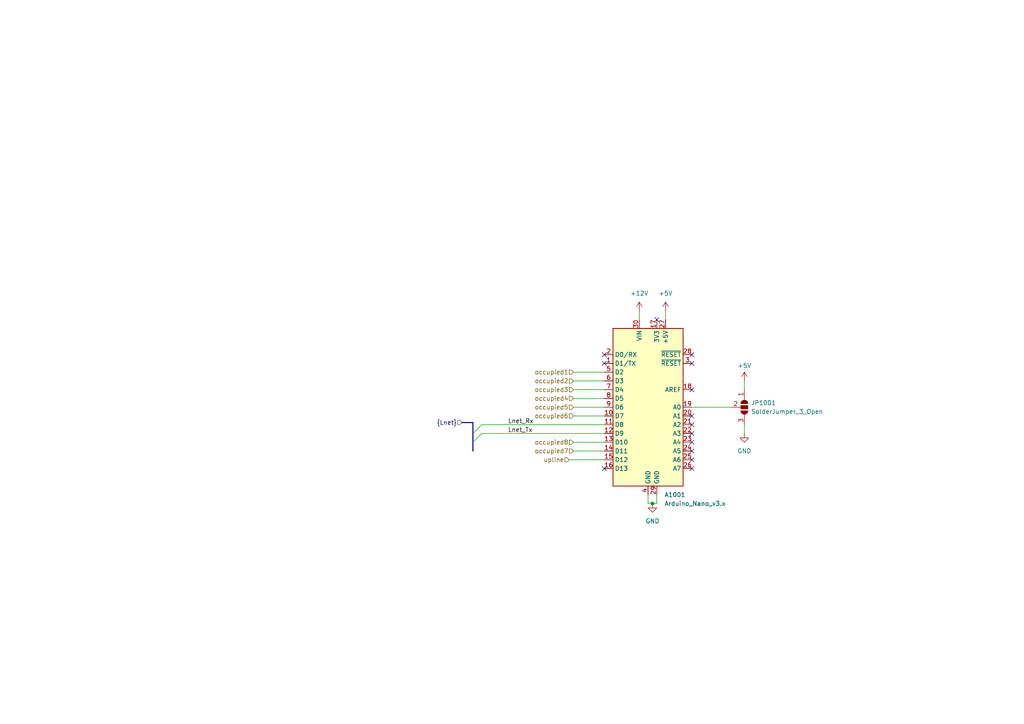
<source format=kicad_sch>
(kicad_sch (version 20231120) (generator "eeschema") (generator_version "8.0")
  (paper "A4")
  (lib_symbols
    (symbol "Jumper:SolderJumper_3_Open" (pin_names (offset 0) hide) (exclude_from_sim yes) (in_bom no)
      (property "Reference" "JP" (at -2.54 -2.54 0))
      (property "Value" "SolderJumper_3_Open" (at 0 2.794 0))
      (symbol "SolderJumper_3_Open_0_1"
        (arc (start -1.016 1.016) (mid -2.0276 0) (end -1.016 -1.016))
        (arc (start -1.016 1.016) (mid -2.0276 0) (end -1.016 -1.016) (fill (type outline)))
        (rectangle (start -0.508 1.016) (end 0.508 -1.016) (fill (type outline)))
        (polyline (pts (xy -2.54 0) (xy -2.032 0)))
        (polyline (pts (xy -1.016 1.016) (xy -1.016 -1.016)))
        (polyline (pts (xy 0 -1.27) (xy 0 -1.016)))
        (polyline (pts (xy 1.016 1.016) (xy 1.016 -1.016)))
        (polyline (pts (xy 2.54 0) (xy 2.032 0)))
        (arc (start 1.016 -1.016) (mid 2.0276 0) (end 1.016 1.016))
        (arc (start 1.016 -1.016) (mid 2.0276 0) (end 1.016 1.016) (fill (type outline)))
      )
      (symbol "SolderJumper_3_Open_1_1"
        (pin passive line (at -5.08 0 0) (length 2.54) (name "A") (number "1"))
        (pin passive line (at 0 -3.81 90) (length 2.54) (name "C") (number "2"))
        (pin passive line (at 5.08 0 180) (length 2.54) (name "B") (number "3"))
      )
    )
    (symbol "MCU_Module:Arduino_Nano_v3.x"
      (property "Reference" "A" (at -10.16 23.495 0))
      (property "Value" "Arduino_Nano_v3.x" (at 5.08 -24.13 0))
      (symbol "Arduino_Nano_v3.x_0_1"
        (rectangle (start -10.16 22.86) (end 10.16 -22.86) (stroke (width 0.254)) (fill (type background)))
      )
      (symbol "Arduino_Nano_v3.x_1_1"
        (pin bidirectional line (at -12.7 12.7 0) (length 2.54) (name "D1/TX") (number "1"))
        (pin bidirectional line (at -12.7 -2.54 0) (length 2.54) (name "D7") (number "10"))
        (pin bidirectional line (at -12.7 -5.08 0) (length 2.54) (name "D8") (number "11"))
        (pin bidirectional line (at -12.7 -7.62 0) (length 2.54) (name "D9") (number "12"))
        (pin bidirectional line (at -12.7 -10.16 0) (length 2.54) (name "D10") (number "13"))
        (pin bidirectional line (at -12.7 -12.7 0) (length 2.54) (name "D11") (number "14"))
        (pin bidirectional line (at -12.7 -15.24 0) (length 2.54) (name "D12") (number "15"))
        (pin bidirectional line (at -12.7 -17.78 0) (length 2.54) (name "D13") (number "16"))
        (pin power_out line (at 2.54 25.4 270) (length 2.54) (name "3V3") (number "17"))
        (pin input line (at 12.7 5.08 180) (length 2.54) (name "AREF") (number "18"))
        (pin bidirectional line (at 12.7 0 180) (length 2.54) (name "A0") (number "19"))
        (pin bidirectional line (at -12.7 15.24 0) (length 2.54) (name "D0/RX") (number "2"))
        (pin bidirectional line (at 12.7 -2.54 180) (length 2.54) (name "A1") (number "20"))
        (pin bidirectional line (at 12.7 -5.08 180) (length 2.54) (name "A2") (number "21"))
        (pin bidirectional line (at 12.7 -7.62 180) (length 2.54) (name "A3") (number "22"))
        (pin bidirectional line (at 12.7 -10.16 180) (length 2.54) (name "A4") (number "23"))
        (pin bidirectional line (at 12.7 -12.7 180) (length 2.54) (name "A5") (number "24"))
        (pin bidirectional line (at 12.7 -15.24 180) (length 2.54) (name "A6") (number "25"))
        (pin bidirectional line (at 12.7 -17.78 180) (length 2.54) (name "A7") (number "26"))
        (pin power_out line (at 5.08 25.4 270) (length 2.54) (name "+5V") (number "27"))
        (pin input line (at 12.7 15.24 180) (length 2.54) (name "~{RESET}") (number "28"))
        (pin power_in line (at 2.54 -25.4 90) (length 2.54) (name "GND") (number "29"))
        (pin input line (at 12.7 12.7 180) (length 2.54) (name "~{RESET}") (number "3"))
        (pin power_in line (at -2.54 25.4 270) (length 2.54) (name "VIN") (number "30"))
        (pin power_in line (at 0 -25.4 90) (length 2.54) (name "GND") (number "4"))
        (pin bidirectional line (at -12.7 10.16 0) (length 2.54) (name "D2") (number "5"))
        (pin bidirectional line (at -12.7 7.62 0) (length 2.54) (name "D3") (number "6"))
        (pin bidirectional line (at -12.7 5.08 0) (length 2.54) (name "D4") (number "7"))
        (pin bidirectional line (at -12.7 2.54 0) (length 2.54) (name "D5") (number "8"))
        (pin bidirectional line (at -12.7 0 0) (length 2.54) (name "D6") (number "9"))
      )
    )
    (symbol "power:+12V" (power) (pin_numbers hide) (pin_names (offset 0) hide)
      (property "Value" "+12V" (at 0 3.556 0))
      (symbol "+12V_0_1"
        (polyline (pts (xy -0.762 1.27) (xy 0 2.54)))
        (polyline (pts (xy 0 0) (xy 0 2.54)))
        (polyline (pts (xy 0 2.54) (xy 0.762 1.27)))
      )
      (symbol "+12V_1_1"
        (pin power_in line (at 0 0 90) (length 0) (name "~") (number "1"))
      )
    )
    (symbol "power:+5V" (power) (pin_numbers hide) (pin_names (offset 0) hide)
      (property "Value" "+5V" (at 0 3.556 0))
      (symbol "+5V_0_1"
        (polyline (pts (xy -0.762 1.27) (xy 0 2.54)))
        (polyline (pts (xy 0 0) (xy 0 2.54)))
        (polyline (pts (xy 0 2.54) (xy 0.762 1.27)))
      )
      (symbol "+5V_1_1"
        (pin power_in line (at 0 0 90) (length 0) (name "~") (number "1"))
      )
    )
    (symbol "power:GND" (power) (pin_numbers hide) (pin_names (offset 0) hide)
      (property "Value" "GND" (at 0 -3.81 0))
      (symbol "GND_0_1"
        (polyline (pts (xy 0 0) (xy 0 -1.27) (xy 1.27 -1.27) (xy 0 -2.54) (xy -1.27 -1.27) (xy 0 -1.27)))
      )
      (symbol "GND_1_1"
        (pin power_in line (at 0 0 270) (length 0) (name "~") (number "1"))
      )
    )
  )
  (junction (at 189.23 146.05))
  (no_connect (at 200.66 133.35))
  (no_connect (at 175.26 105.41))
  (no_connect (at 200.66 125.73))
  (no_connect (at 200.66 113.03))
  (no_connect (at 200.66 105.41))
  (no_connect (at 200.66 102.87))
  (no_connect (at 190.5 92.71))
  (no_connect (at 200.66 123.19))
  (no_connect (at 200.66 135.89))
  (no_connect (at 175.26 135.89))
  (no_connect (at 175.26 102.87))
  (no_connect (at 200.66 120.65))
  (no_connect (at 200.66 130.81))
  (no_connect (at 200.66 128.27))
  (bus_entry (at 139.7 123.19) (size -2.54 2.54))
  (bus_entry (at 139.7 125.73) (size -2.54 2.54))
  (wire (pts (xy 200.66 118.11) (xy 212.09 118.11)))
  (wire (pts (xy 190.5 146.05) (xy 189.23 146.05)))
  (wire (pts (xy 175.26 115.57) (xy 166.37 115.57)))
  (wire (pts (xy 193.04 90.17) (xy 193.04 92.71)))
  (bus (pts (xy 133.985 122.555) (xy 137.16 122.555)))
  (bus (pts (xy 137.16 125.73) (xy 137.16 128.27)))
  (wire (pts (xy 175.26 130.81) (xy 166.37 130.81)))
  (bus (pts (xy 137.16 128.27) (xy 137.16 130.81)))
  (wire (pts (xy 139.7 125.73) (xy 175.26 125.73)))
  (wire (pts (xy 190.5 143.51) (xy 190.5 146.05)))
  (wire (pts (xy 175.26 113.03) (xy 166.37 113.03)))
  (wire (pts (xy 139.7 123.19) (xy 175.26 123.19)))
  (wire (pts (xy 175.26 107.95) (xy 166.37 107.95)))
  (wire (pts (xy 215.9 123.19) (xy 215.9 125.73)))
  (wire (pts (xy 175.26 118.11) (xy 166.37 118.11)))
  (wire (pts (xy 215.9 110.49) (xy 215.9 113.03)))
  (wire (pts (xy 175.26 120.65) (xy 166.37 120.65)))
  (wire (pts (xy 175.26 110.49) (xy 166.37 110.49)))
  (wire (pts (xy 189.23 146.05) (xy 187.96 146.05)))
  (wire (pts (xy 185.42 90.17) (xy 185.42 92.71)))
  (bus (pts (xy 137.16 122.555) (xy 137.16 125.73)))
  (wire (pts (xy 175.26 128.27) (xy 166.37 128.27)))
  (wire (pts (xy 165.1 133.35) (xy 175.26 133.35)))
  (wire (pts (xy 187.96 146.05) (xy 187.96 143.51)))
  (label "Lnet_Rx" (at 147.32 123.19 0))
  (label "Lnet_Tx" (at 147.32 125.73 0))
  (hierarchical_label "{Lnet}" (shape input) (at 133.985 122.555 180))
  (hierarchical_label "occupied5" (shape input) (at 166.37 118.11 180))
  (hierarchical_label "upline" (shape input) (at 165.1 133.35 180))
  (hierarchical_label "occupied3" (shape input) (at 166.37 113.03 180))
  (hierarchical_label "occupied7" (shape input) (at 166.37 130.81 180))
  (hierarchical_label "occupied2" (shape input) (at 166.37 110.49 180))
  (hierarchical_label "occupied1" (shape input) (at 166.37 107.95 180))
  (hierarchical_label "occupied8" (shape input) (at 166.37 128.27 180))
  (hierarchical_label "occupied4" (shape input) (at 166.37 115.57 180))
  (hierarchical_label "occupied6" (shape input) (at 166.37 120.65 180))
  (symbol (lib_id "power:GND") (at 189.23 146.05 0) (unit 1)
    (property "Reference" "#PWR01002" (effects (hide yes)))
    (property "Value" "GND" (at 189.23 151.13 0))
    (property "Description" "Power symbol creates a global label with name \"GND\" , ground" (effects (hide yes)))
  )
  (symbol (lib_id "power:+5V") (at 193.04 90.17 0) (unit 1)
    (property "Reference" "#PWR01003" (effects (hide yes)))
    (property "Value" "+5V" (at 193.04 85.09 0))
    (property "Description" "Power symbol creates a global label with name \"+5V\"" (effects (hide yes)))
  )
  (symbol (lib_id "power:+5V") (at 215.9 110.49 0) (unit 1)
    (property "Reference" "#PWR01004" (effects (hide yes)))
    (property "Value" "+5V" (at 215.9 106.045 0))
    (property "Description" "Power symbol creates a global label with name \"+5V\"" (effects (hide yes)))
  )
  (symbol (lib_id "Jumper:SolderJumper_3_Open") (at 215.9 118.11 270) (unit 1) (exclude_from_sim yes) (in_bom no)
    (property "Reference" "JP1001" (at 217.805 116.8399 90) (effects (justify left)))
    (property "Value" "SolderJumper_3_Open" (at 217.805 119.3799 90) (effects (justify left)))
    (property "Footprint" "Jumper:SolderJumper-3_P1.3mm_Open_RoundedPad1.0x1.5mm" (effects (hide yes)))
    (property "Description" "Solder Jumper, 3-pole, open" (effects (hide yes)))
  )
  (symbol (lib_id "power:GND") (at 215.9 125.73 0) (unit 1)
    (property "Reference" "#PWR01005" (effects (hide yes)))
    (property "Value" "GND" (at 215.9 130.81 0))
    (property "Description" "Power symbol creates a global label with name \"GND\" , ground" (effects (hide yes)))
  )
  (symbol (lib_id "power:+12V") (at 185.42 90.17 0) (unit 1)
    (property "Reference" "#PWR01001" (effects (hide yes)))
    (property "Value" "+12V" (at 185.42 85.09 0))
    (property "Description" "Power symbol creates a global label with name \"+12V\"" (effects (hide yes)))
  )
  (symbol (lib_id "MCU_Module:Arduino_Nano_v3.x") (at 187.96 118.11 0) (unit 1)
    (property "Reference" "A1001" (at 192.6941 143.51 0) (effects (justify left)))
    (property "Value" "Arduino_Nano_v3.x" (at 192.6941 146.05 0) (effects (justify left)))
    (property "Footprint" "Module:Arduino_Nano" (effects (hide yes)))
    (property "Datasheet" "http://www.mouser.com/pdfdocs/Gravitech_Arduino_Nano3_0.pdf" (effects (hide yes)))
    (property "Description" "Arduino Nano v3.x" (effects (hide yes)))
  )
)
</source>
